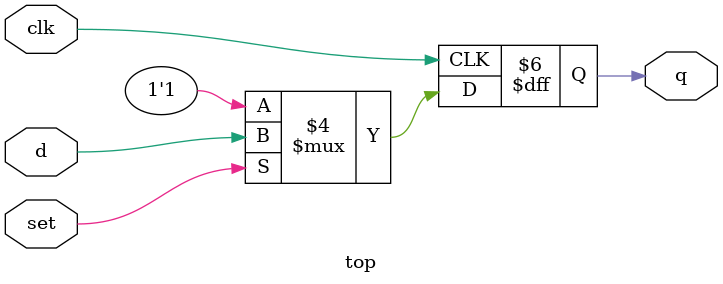
<source format=v>
module top(input clk, d, set, output reg q);
    always @(posedge clk)
           if (!set)
                q <= 1'b1;
           else
                q <= d;
endmodule

</source>
